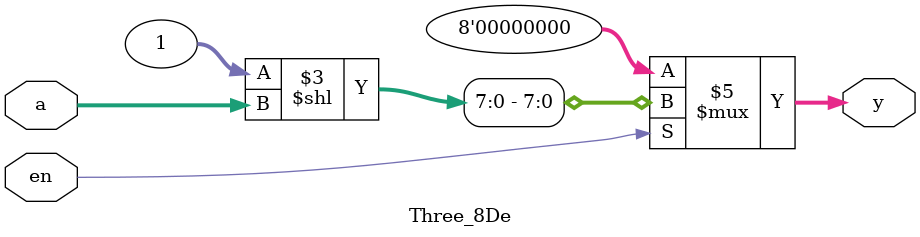
<source format=v>

module Three_8De(

   input [2:0]a,
   input en,
   output reg [7:0]y
);


always @(*) begin
   if(en==0)begin
     y=7'b0;
   end else begin
     y=(1<<a);
   end
end

endmodule
   
</source>
